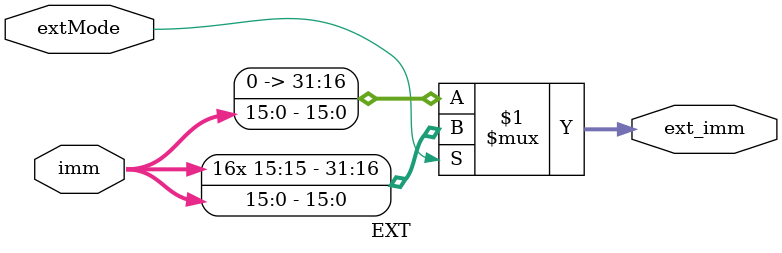
<source format=v>
`timescale 1ns / 1ps
module EXT(
    input [15:0] imm,
    input extMode,
    output [31:0] ext_imm
    );

    assign ext_imm = extMode ? {{16{imm[15]}}, imm} : {{16{1'b0}}, imm};


endmodule

</source>
